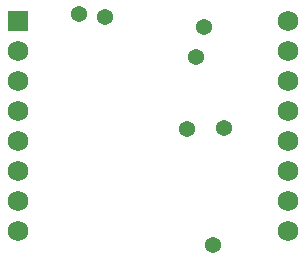
<source format=gbs>
G04*
G04 #@! TF.GenerationSoftware,Altium Limited,Altium Designer,22.3.1 (43)*
G04*
G04 Layer_Color=16711935*
%FSLAX25Y25*%
%MOIN*%
G70*
G04*
G04 #@! TF.SameCoordinates,F5CC5926-5A50-4592-9941-E5357907D465*
G04*
G04*
G04 #@! TF.FilePolarity,Negative*
G04*
G01*
G75*
%ADD40C,0.06894*%
%ADD41R,0.06894X0.06894*%
%ADD42C,0.05394*%
D40*
X95000Y25000D02*
D03*
Y75000D02*
D03*
Y65000D02*
D03*
Y85000D02*
D03*
Y45000D02*
D03*
Y35000D02*
D03*
Y55000D02*
D03*
Y15000D02*
D03*
X5000Y65000D02*
D03*
Y15000D02*
D03*
Y55000D02*
D03*
Y35000D02*
D03*
Y25000D02*
D03*
Y45000D02*
D03*
Y75000D02*
D03*
D41*
Y85000D02*
D03*
D42*
X64500Y73000D02*
D03*
X67000Y83000D02*
D03*
X73750Y49250D02*
D03*
X61500Y49000D02*
D03*
X70000Y10500D02*
D03*
X34000Y86500D02*
D03*
X25500Y87500D02*
D03*
M02*

</source>
